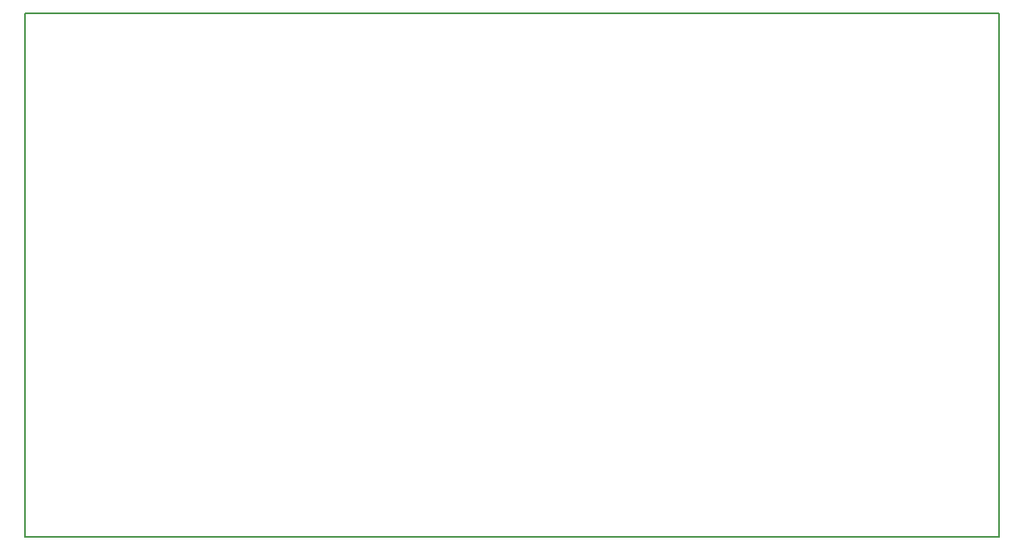
<source format=gbr>
%TF.GenerationSoftware,KiCad,Pcbnew,(7.0.0)*%
%TF.CreationDate,2023-03-30T13:35:51-06:00*%
%TF.ProjectId,Phase_A_UnoShield,50686173-655f-4415-9f55-6e6f53686965,rev?*%
%TF.SameCoordinates,Original*%
%TF.FileFunction,Profile,NP*%
%FSLAX46Y46*%
G04 Gerber Fmt 4.6, Leading zero omitted, Abs format (unit mm)*
G04 Created by KiCad (PCBNEW (7.0.0)) date 2023-03-30 13:35:51*
%MOMM*%
%LPD*%
G01*
G04 APERTURE LIST*
%TA.AperFunction,Profile*%
%ADD10C,0.150000*%
%TD*%
G04 APERTURE END LIST*
D10*
X84760000Y-100000000D02*
X100762000Y-100000000D01*
X84760000Y-46660000D02*
X84760000Y-100000000D01*
X100762000Y-46660000D02*
X84760000Y-46660000D01*
X183820000Y-100000000D02*
X165278000Y-100000000D01*
X183820000Y-46660000D02*
X183820000Y-100000000D01*
X163500000Y-46660000D02*
X183820000Y-46660000D01*
X165278000Y-100000000D02*
X100762000Y-100000000D01*
X100762000Y-46660000D02*
X163500000Y-46660000D01*
M02*

</source>
